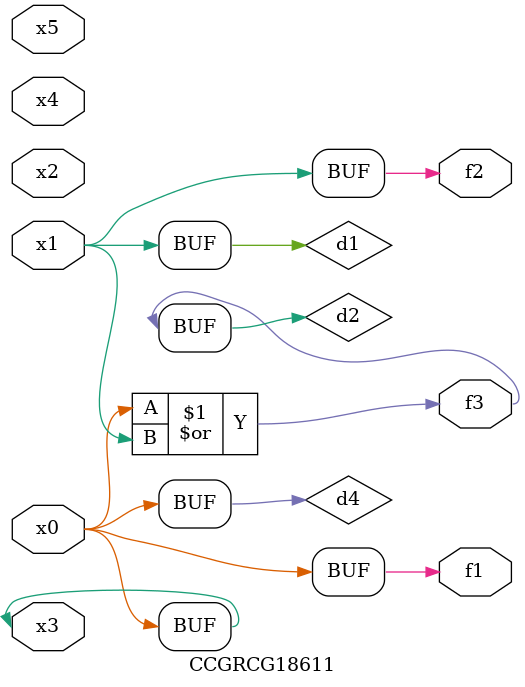
<source format=v>
module CCGRCG18611(
	input x0, x1, x2, x3, x4, x5,
	output f1, f2, f3
);

	wire d1, d2, d3, d4;

	and (d1, x1);
	or (d2, x0, x1);
	nand (d3, x0, x5);
	buf (d4, x0, x3);
	assign f1 = d4;
	assign f2 = d1;
	assign f3 = d2;
endmodule

</source>
